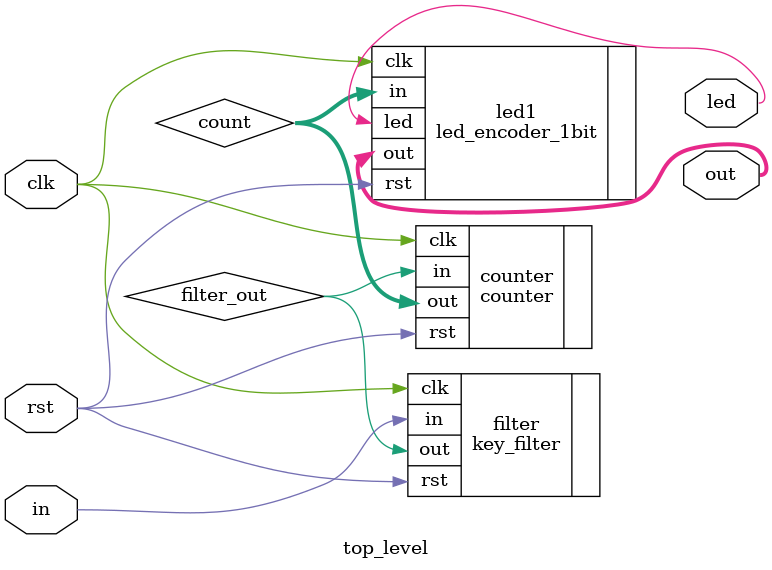
<source format=v>
`timescale 1ns/1ns

module top_level(clk, rst, in, led, out);
    input wire clk;
    input wire rst;
    input wire in;
    output wire led;
    output wire[6:0] out;

    wire filter_out;
    wire[3:0] count;

    key_filter filter(
        .clk    (clk),
        .rst    (rst),
        .in     (in),
        .out    (filter_out)
    );

    counter counter(
        .clk    (clk),
        .rst    (rst),
        .in     (filter_out),
        .out    (count)
    );

    led_encoder_1bit led1(
        .clk    (clk),
        .rst    (rst),
        .in     (count),
        .out    (out),
        .led    (led)
    );
endmodule

</source>
